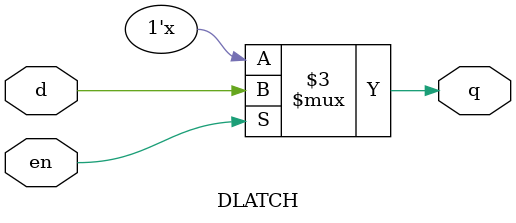
<source format=v>
module DLATCH (en, d, q);
    input  en, d;
    output reg q;

    always @(*) begin
        if (en)
            q = d;
    end
endmodule

</source>
